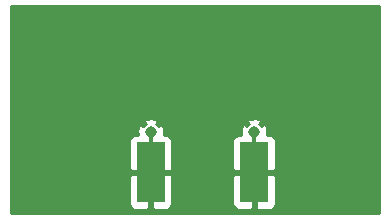
<source format=gbr>
G04 #@! TF.FileFunction,Copper,L2,Bot,Signal*
%FSLAX46Y46*%
G04 Gerber Fmt 4.6, Leading zero omitted, Abs format (unit mm)*
G04 Created by KiCad (PCBNEW 4.0.5) date 02/23/17 12:59:15*
%MOMM*%
%LPD*%
G01*
G04 APERTURE LIST*
%ADD10C,0.127000*%
%ADD11R,2.420000X5.080000*%
%ADD12C,0.970000*%
%ADD13R,0.460000X0.890000*%
%ADD14C,0.355600*%
%ADD15C,0.254000*%
G04 APERTURE END LIST*
D10*
D11*
X11964900Y3601300D03*
X20724900Y3601300D03*
D12*
X11964900Y7041300D03*
X20724900Y7041300D03*
D13*
X11964900Y6591300D03*
X20724900Y6591300D03*
D14*
X28295600Y17272000D03*
X25298400Y17272000D03*
X22301200Y17272000D03*
X19304000Y17272000D03*
X13385800Y17272000D03*
X10388600Y17272000D03*
X7391400Y17272000D03*
X4394200Y17272000D03*
X1397000Y17272000D03*
D15*
G36*
X31292800Y127000D02*
X127000Y127000D01*
X127000Y3315550D01*
X10119900Y3315550D01*
X10119900Y934991D01*
X10216573Y701602D01*
X10395201Y522973D01*
X10628590Y426300D01*
X11679150Y426300D01*
X11837900Y585050D01*
X11837900Y3474300D01*
X12091900Y3474300D01*
X12091900Y585050D01*
X12250650Y426300D01*
X13301210Y426300D01*
X13534599Y522973D01*
X13713227Y701602D01*
X13809900Y934991D01*
X13809900Y3315550D01*
X18879900Y3315550D01*
X18879900Y934991D01*
X18976573Y701602D01*
X19155201Y522973D01*
X19388590Y426300D01*
X20439150Y426300D01*
X20597900Y585050D01*
X20597900Y3474300D01*
X20851900Y3474300D01*
X20851900Y585050D01*
X21010650Y426300D01*
X22061210Y426300D01*
X22294599Y522973D01*
X22473227Y701602D01*
X22569900Y934991D01*
X22569900Y3315550D01*
X22411150Y3474300D01*
X20851900Y3474300D01*
X20597900Y3474300D01*
X19038650Y3474300D01*
X18879900Y3315550D01*
X13809900Y3315550D01*
X13651150Y3474300D01*
X12091900Y3474300D01*
X11837900Y3474300D01*
X10278650Y3474300D01*
X10119900Y3315550D01*
X127000Y3315550D01*
X127000Y6267609D01*
X10119900Y6267609D01*
X10119900Y3887050D01*
X10278650Y3728300D01*
X11837900Y3728300D01*
X11837900Y3748300D01*
X12091900Y3748300D01*
X12091900Y3728300D01*
X13651150Y3728300D01*
X13809900Y3887050D01*
X13809900Y6267609D01*
X18879900Y6267609D01*
X18879900Y3887050D01*
X19038650Y3728300D01*
X20597900Y3728300D01*
X20597900Y3748300D01*
X20851900Y3748300D01*
X20851900Y3728300D01*
X22411150Y3728300D01*
X22569900Y3887050D01*
X22569900Y6267609D01*
X22473227Y6500998D01*
X22294599Y6679627D01*
X22061210Y6776300D01*
X21817029Y6776300D01*
X21858049Y6899864D01*
X21825918Y7344268D01*
X21717668Y7605608D01*
X21504100Y7640895D01*
X21376215Y7513010D01*
X21314599Y7574627D01*
X21147738Y7643743D01*
X21324495Y7820500D01*
X21289208Y8034068D01*
X20866336Y8174449D01*
X20421932Y8142318D01*
X20160592Y8034068D01*
X20125305Y7820500D01*
X20302062Y7643743D01*
X20135201Y7574627D01*
X20073585Y7513010D01*
X19945700Y7640895D01*
X19732132Y7605608D01*
X19591751Y7182736D01*
X19621137Y6776300D01*
X19388590Y6776300D01*
X19155201Y6679627D01*
X18976573Y6500998D01*
X18879900Y6267609D01*
X13809900Y6267609D01*
X13713227Y6500998D01*
X13534599Y6679627D01*
X13301210Y6776300D01*
X13057029Y6776300D01*
X13098049Y6899864D01*
X13065918Y7344268D01*
X12957668Y7605608D01*
X12744100Y7640895D01*
X12616215Y7513010D01*
X12554599Y7574627D01*
X12387738Y7643743D01*
X12564495Y7820500D01*
X12529208Y8034068D01*
X12106336Y8174449D01*
X11661932Y8142318D01*
X11400592Y8034068D01*
X11365305Y7820500D01*
X11542062Y7643743D01*
X11375201Y7574627D01*
X11313585Y7513010D01*
X11185700Y7640895D01*
X10972132Y7605608D01*
X10831751Y7182736D01*
X10861137Y6776300D01*
X10628590Y6776300D01*
X10395201Y6679627D01*
X10216573Y6500998D01*
X10119900Y6267609D01*
X127000Y6267609D01*
X127000Y17653000D01*
X31292800Y17653000D01*
X31292800Y127000D01*
X31292800Y127000D01*
G37*
X31292800Y127000D02*
X127000Y127000D01*
X127000Y3315550D01*
X10119900Y3315550D01*
X10119900Y934991D01*
X10216573Y701602D01*
X10395201Y522973D01*
X10628590Y426300D01*
X11679150Y426300D01*
X11837900Y585050D01*
X11837900Y3474300D01*
X12091900Y3474300D01*
X12091900Y585050D01*
X12250650Y426300D01*
X13301210Y426300D01*
X13534599Y522973D01*
X13713227Y701602D01*
X13809900Y934991D01*
X13809900Y3315550D01*
X18879900Y3315550D01*
X18879900Y934991D01*
X18976573Y701602D01*
X19155201Y522973D01*
X19388590Y426300D01*
X20439150Y426300D01*
X20597900Y585050D01*
X20597900Y3474300D01*
X20851900Y3474300D01*
X20851900Y585050D01*
X21010650Y426300D01*
X22061210Y426300D01*
X22294599Y522973D01*
X22473227Y701602D01*
X22569900Y934991D01*
X22569900Y3315550D01*
X22411150Y3474300D01*
X20851900Y3474300D01*
X20597900Y3474300D01*
X19038650Y3474300D01*
X18879900Y3315550D01*
X13809900Y3315550D01*
X13651150Y3474300D01*
X12091900Y3474300D01*
X11837900Y3474300D01*
X10278650Y3474300D01*
X10119900Y3315550D01*
X127000Y3315550D01*
X127000Y6267609D01*
X10119900Y6267609D01*
X10119900Y3887050D01*
X10278650Y3728300D01*
X11837900Y3728300D01*
X11837900Y3748300D01*
X12091900Y3748300D01*
X12091900Y3728300D01*
X13651150Y3728300D01*
X13809900Y3887050D01*
X13809900Y6267609D01*
X18879900Y6267609D01*
X18879900Y3887050D01*
X19038650Y3728300D01*
X20597900Y3728300D01*
X20597900Y3748300D01*
X20851900Y3748300D01*
X20851900Y3728300D01*
X22411150Y3728300D01*
X22569900Y3887050D01*
X22569900Y6267609D01*
X22473227Y6500998D01*
X22294599Y6679627D01*
X22061210Y6776300D01*
X21817029Y6776300D01*
X21858049Y6899864D01*
X21825918Y7344268D01*
X21717668Y7605608D01*
X21504100Y7640895D01*
X21376215Y7513010D01*
X21314599Y7574627D01*
X21147738Y7643743D01*
X21324495Y7820500D01*
X21289208Y8034068D01*
X20866336Y8174449D01*
X20421932Y8142318D01*
X20160592Y8034068D01*
X20125305Y7820500D01*
X20302062Y7643743D01*
X20135201Y7574627D01*
X20073585Y7513010D01*
X19945700Y7640895D01*
X19732132Y7605608D01*
X19591751Y7182736D01*
X19621137Y6776300D01*
X19388590Y6776300D01*
X19155201Y6679627D01*
X18976573Y6500998D01*
X18879900Y6267609D01*
X13809900Y6267609D01*
X13713227Y6500998D01*
X13534599Y6679627D01*
X13301210Y6776300D01*
X13057029Y6776300D01*
X13098049Y6899864D01*
X13065918Y7344268D01*
X12957668Y7605608D01*
X12744100Y7640895D01*
X12616215Y7513010D01*
X12554599Y7574627D01*
X12387738Y7643743D01*
X12564495Y7820500D01*
X12529208Y8034068D01*
X12106336Y8174449D01*
X11661932Y8142318D01*
X11400592Y8034068D01*
X11365305Y7820500D01*
X11542062Y7643743D01*
X11375201Y7574627D01*
X11313585Y7513010D01*
X11185700Y7640895D01*
X10972132Y7605608D01*
X10831751Y7182736D01*
X10861137Y6776300D01*
X10628590Y6776300D01*
X10395201Y6679627D01*
X10216573Y6500998D01*
X10119900Y6267609D01*
X127000Y6267609D01*
X127000Y17653000D01*
X31292800Y17653000D01*
X31292800Y127000D01*
M02*

</source>
